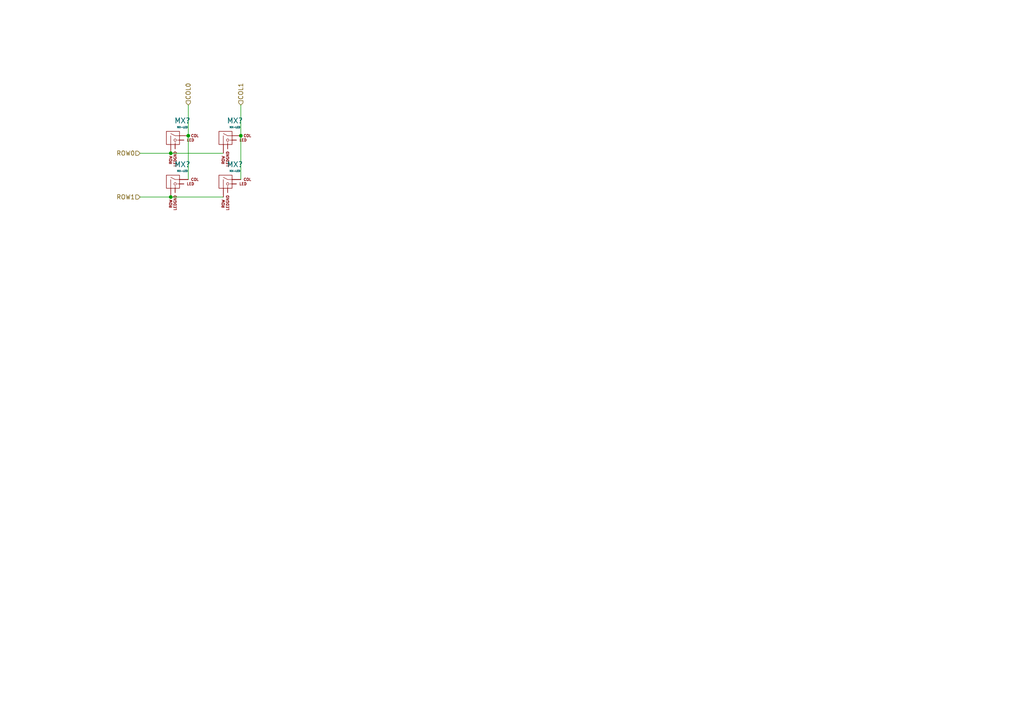
<source format=kicad_sch>
(kicad_sch (version 20230121) (generator eeschema)

  (uuid 631d4ab2-eca6-4b67-ad77-22a388007768)

  (paper "A4")

  (lib_symbols
    (symbol "MX_Alps_Hybrid:MX-LED" (pin_names (offset 1.016)) (in_bom yes) (on_board yes)
      (property "Reference" "MX" (at -0.635 3.81 0)
        (effects (font (size 1.524 1.524)))
      )
      (property "Value" "MX-LED" (at -0.635 1.27 0)
        (effects (font (size 0.508 0.508)))
      )
      (property "Footprint" "" (at -15.875 -0.635 0)
        (effects (font (size 1.524 1.524)) hide)
      )
      (property "Datasheet" "" (at -15.875 -0.635 0)
        (effects (font (size 1.524 1.524)) hide)
      )
      (symbol "MX-LED_0_0"
        (rectangle (start -2.54 2.54) (end 1.27 -1.27)
          (stroke (width 0) (type solid))
          (fill (type none))
        )
        (polyline
          (pts
            (xy -1.27 -1.27)
            (xy -1.27 1.27)
          )
          (stroke (width 0.127) (type solid))
          (fill (type none))
        )
        (polyline
          (pts
            (xy 0 -1.27)
            (xy 0 -0.635)
          )
          (stroke (width 0.127) (type solid))
          (fill (type none))
        )
        (polyline
          (pts
            (xy 1.27 0)
            (xy 0.635 0)
          )
          (stroke (width 0.127) (type solid))
          (fill (type none))
        )
        (polyline
          (pts
            (xy 1.27 1.27)
            (xy 0 1.27)
            (xy -1.27 1.905)
          )
          (stroke (width 0.127) (type solid))
          (fill (type none))
        )
        (circle (center 0 0) (radius 0.3556)
          (stroke (width 0.127) (type solid))
          (fill (type none))
        )
        (text "COL" (at 5.715 1.27 0)
          (effects (font (size 0.762 0.762)))
        )
        (text "LED" (at 4.445 0 0)
          (effects (font (size 0.762 0.762)))
        )
        (text "ROW" (at -1.27 -4.445 900)
          (effects (font (size 0.762 0.762)) (justify right))
        )
      )
      (symbol "MX-LED_1_0"
        (text "LEDGND" (at 0 -3.175 900)
          (effects (font (size 0.762 0.762)) (justify right))
        )
      )
      (symbol "MX-LED_1_1"
        (pin passive line (at 3.81 1.27 180) (length 2.54)
          (name "COL" (effects (font (size 0 0))))
          (number "1" (effects (font (size 0 0))))
        )
        (pin passive line (at -1.27 -3.81 90) (length 2.54)
          (name "ROW" (effects (font (size 0 0))))
          (number "2" (effects (font (size 0 0))))
        )
        (pin input line (at 2.54 0 180) (length 1.27)
          (name "LED" (effects (font (size 0 0))))
          (number "3" (effects (font (size 0 0))))
        )
        (pin passive line (at 0 -2.54 90) (length 1.27)
          (name "LEDGND" (effects (font (size 0 0))))
          (number "4" (effects (font (size 0 0))))
        )
      )
    )
  )

  (junction (at 69.85 39.37) (diameter 0) (color 0 0 0 0)
    (uuid 96b08e66-fe6b-430a-bd6a-b238c4169782)
  )
  (junction (at 49.53 57.15) (diameter 0) (color 0 0 0 0)
    (uuid aa86dca6-6ba7-4ba8-84c4-e9e627e2d44d)
  )
  (junction (at 49.53 44.45) (diameter 0) (color 0 0 0 0)
    (uuid c7c0f645-0805-4013-beb2-f9952abee407)
  )
  (junction (at 54.61 39.37) (diameter 0) (color 0 0 0 0)
    (uuid ea4ce6c2-d6ef-4f5b-abad-3c9c8bfac20e)
  )

  (wire (pts (xy 40.64 44.45) (xy 49.53 44.45))
    (stroke (width 0) (type default))
    (uuid 27f67454-9bce-43e5-bd78-ebfb46ebfb40)
  )
  (wire (pts (xy 69.85 52.07) (xy 69.85 39.37))
    (stroke (width 0) (type default))
    (uuid 6f0371a7-e560-4b75-ae81-20477c734c9e)
  )
  (wire (pts (xy 54.61 39.37) (xy 54.61 30.48))
    (stroke (width 0) (type default))
    (uuid 7b9f2763-47e2-485d-ace8-9f20356bf3d7)
  )
  (wire (pts (xy 40.64 57.15) (xy 49.53 57.15))
    (stroke (width 0) (type default))
    (uuid 83ce4ac8-20bc-4f97-a8d9-94e3d7f1deaa)
  )
  (wire (pts (xy 49.53 57.15) (xy 64.77 57.15))
    (stroke (width 0) (type default))
    (uuid 8e84b089-823f-4b2b-9beb-2f7923059118)
  )
  (wire (pts (xy 49.53 44.45) (xy 64.77 44.45))
    (stroke (width 0) (type default))
    (uuid c08a9851-b788-4b5f-b861-0c07be50c100)
  )
  (wire (pts (xy 69.85 39.37) (xy 69.85 30.48))
    (stroke (width 0) (type default))
    (uuid f66ece2e-c30c-427c-9220-49a1f339f713)
  )
  (wire (pts (xy 54.61 52.07) (xy 54.61 39.37))
    (stroke (width 0) (type default))
    (uuid f97a1dea-ada7-4d0e-86f2-af2b1395eb76)
  )

  (hierarchical_label "COL1" (shape input) (at 69.85 30.48 90) (fields_autoplaced)
    (effects (font (size 1.27 1.27)) (justify left))
    (uuid 0e54ec2a-99f2-4708-b6af-52ad6cfcaac8)
  )
  (hierarchical_label "ROW1" (shape input) (at 40.64 57.15 180) (fields_autoplaced)
    (effects (font (size 1.27 1.27)) (justify right))
    (uuid 2197c841-0c20-4bdf-941f-5df8e9f36e7e)
  )
  (hierarchical_label "COL0" (shape input) (at 54.61 30.48 90) (fields_autoplaced)
    (effects (font (size 1.27 1.27)) (justify left))
    (uuid 96434272-93cf-4a67-9f00-af2ab2b60e4d)
  )
  (hierarchical_label "ROW0" (shape input) (at 40.64 44.45 180) (fields_autoplaced)
    (effects (font (size 1.27 1.27)) (justify right))
    (uuid f684bf11-c2c5-4662-a1b6-fed28b6b99f8)
  )

  (symbol (lib_id "MX_Alps_Hybrid:MX-LED") (at 50.8 40.64 0) (unit 1)
    (in_bom yes) (on_board yes) (dnp no)
    (uuid 00000000-0000-0000-0000-00005d6fffdb)
    (property "Reference" "MX?" (at 52.9082 35.0012 0)
      (effects (font (size 1.524 1.524)))
    )
    (property "Value" "MX-LED" (at 52.9082 36.9062 0)
      (effects (font (size 0.508 0.508)))
    )
    (property "Footprint" "" (at 34.925 41.275 0)
      (effects (font (size 1.524 1.524)) hide)
    )
    (property "Datasheet" "" (at 34.925 41.275 0)
      (effects (font (size 1.524 1.524)) hide)
    )
    (pin "1" (uuid 5c933462-87c1-49cb-bd97-3925f836e1da))
    (pin "2" (uuid 54df80b7-31e1-4c11-876b-f9433e63bad5))
    (pin "3" (uuid 9d0eb209-33b6-4716-a75c-6bdf337081f0))
    (pin "4" (uuid e0cc133c-c4eb-4059-856e-65599fcee9f4))
    (instances
      (project "Mechanical_Keyboard_STM32F3_Template"
        (path "/d963bd7a-4405-4e52-9437-453112c4384e/00000000-0000-0000-0000-00005d6ff9e7"
          (reference "MX?") (unit 1)
        )
      )
    )
  )

  (symbol (lib_id "MX_Alps_Hybrid:MX-LED") (at 66.04 40.64 0) (unit 1)
    (in_bom yes) (on_board yes) (dnp no)
    (uuid 00000000-0000-0000-0000-00005d700306)
    (property "Reference" "MX?" (at 68.1482 35.0012 0)
      (effects (font (size 1.524 1.524)))
    )
    (property "Value" "MX-LED" (at 68.1482 36.9062 0)
      (effects (font (size 0.508 0.508)))
    )
    (property "Footprint" "" (at 50.165 41.275 0)
      (effects (font (size 1.524 1.524)) hide)
    )
    (property "Datasheet" "" (at 50.165 41.275 0)
      (effects (font (size 1.524 1.524)) hide)
    )
    (pin "1" (uuid bf9176c1-6d94-4eec-be2a-8e1616f80c1f))
    (pin "2" (uuid f4cadc80-f209-4eeb-97c3-b57d82726c06))
    (pin "3" (uuid d4ce5b8c-1290-4c76-8fe8-916bb48258b9))
    (pin "4" (uuid 0838e1c3-c7b6-4135-a5b1-61f8b46c8e7f))
    (instances
      (project "Mechanical_Keyboard_STM32F3_Template"
        (path "/d963bd7a-4405-4e52-9437-453112c4384e/00000000-0000-0000-0000-00005d6ff9e7"
          (reference "MX?") (unit 1)
        )
      )
    )
  )

  (symbol (lib_id "MX_Alps_Hybrid:MX-LED") (at 66.04 53.34 0) (unit 1)
    (in_bom yes) (on_board yes) (dnp no)
    (uuid 00000000-0000-0000-0000-00005d711cc4)
    (property "Reference" "MX?" (at 68.1482 47.7012 0)
      (effects (font (size 1.524 1.524)))
    )
    (property "Value" "MX-LED" (at 68.1482 49.6062 0)
      (effects (font (size 0.508 0.508)))
    )
    (property "Footprint" "" (at 50.165 53.975 0)
      (effects (font (size 1.524 1.524)) hide)
    )
    (property "Datasheet" "" (at 50.165 53.975 0)
      (effects (font (size 1.524 1.524)) hide)
    )
    (pin "1" (uuid c37a6d96-d858-471a-8c91-75fb77be2e0b))
    (pin "2" (uuid 425928db-8d3e-4912-bbed-fd8865e4a985))
    (pin "3" (uuid 7eb6aa07-92be-4610-ac6d-674bc0347136))
    (pin "4" (uuid d6c4ed4e-d016-493e-b6a8-5dd40c0caa1b))
    (instances
      (project "Mechanical_Keyboard_STM32F3_Template"
        (path "/d963bd7a-4405-4e52-9437-453112c4384e/00000000-0000-0000-0000-00005d6ff9e7"
          (reference "MX?") (unit 1)
        )
      )
    )
  )

  (symbol (lib_id "MX_Alps_Hybrid:MX-LED") (at 50.8 53.34 0) (unit 1)
    (in_bom yes) (on_board yes) (dnp no)
    (uuid 00000000-0000-0000-0000-00005d711cc5)
    (property "Reference" "MX?" (at 52.9082 47.7012 0)
      (effects (font (size 1.524 1.524)))
    )
    (property "Value" "MX-LED" (at 52.9082 49.6062 0)
      (effects (font (size 0.508 0.508)))
    )
    (property "Footprint" "" (at 34.925 53.975 0)
      (effects (font (size 1.524 1.524)) hide)
    )
    (property "Datasheet" "" (at 34.925 53.975 0)
      (effects (font (size 1.524 1.524)) hide)
    )
    (pin "1" (uuid ee0e5bfd-f674-4912-8329-099bc0339051))
    (pin "2" (uuid c2b0ec64-b2c3-45e9-93a0-43a7b62fa827))
    (pin "3" (uuid dcdb7fb2-cac8-43c5-bdad-02787ab97255))
    (pin "4" (uuid dc221cce-d11a-493c-b3b5-534df45bf959))
    (instances
      (project "Mechanical_Keyboard_STM32F3_Template"
        (path "/d963bd7a-4405-4e52-9437-453112c4384e/00000000-0000-0000-0000-00005d6ff9e7"
          (reference "MX?") (unit 1)
        )
      )
    )
  )
)

</source>
